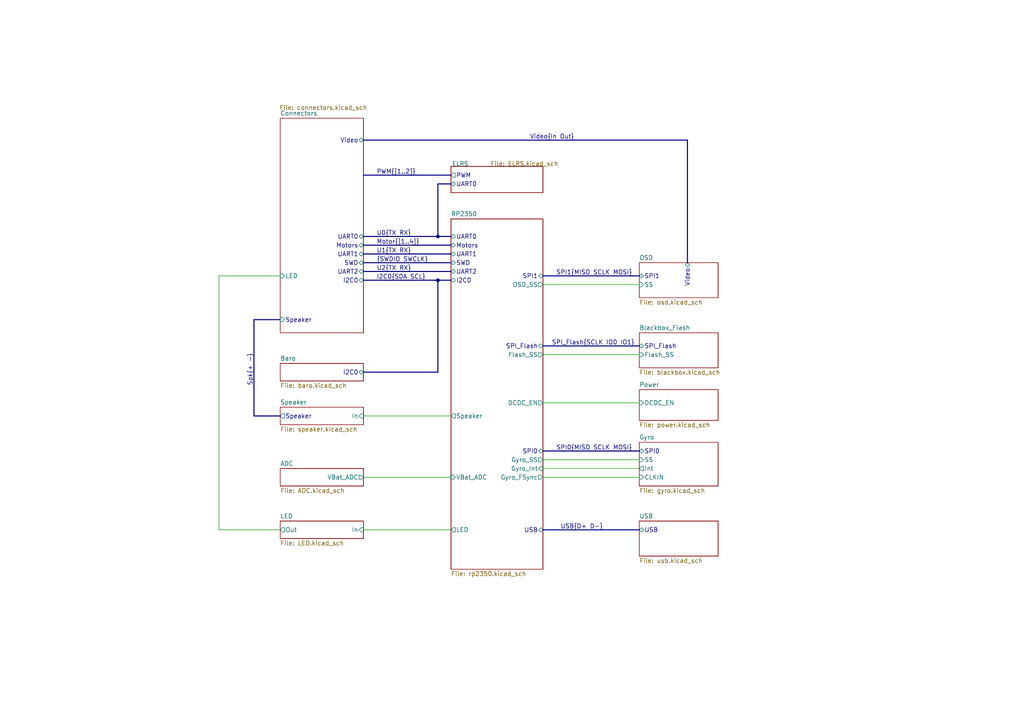
<source format=kicad_sch>
(kicad_sch
	(version 20250114)
	(generator "eeschema")
	(generator_version "9.0")
	(uuid "1651f454-30c0-48ea-9fcf-6c96a661786a")
	(paper "A4")
	(lib_symbols)
	(junction
		(at 127 81.28)
		(diameter 0)
		(color 0 0 0 0)
		(uuid "9f0c5e91-33b5-497d-80ac-69f668e4c144")
	)
	(junction
		(at 127 68.58)
		(diameter 0)
		(color 0 0 0 0)
		(uuid "a7a88ceb-0907-4377-8056-b2169078ae40")
	)
	(wire
		(pts
			(xy 105.41 153.67) (xy 130.81 153.67)
		)
		(stroke
			(width 0)
			(type default)
		)
		(uuid "06c65fdc-1be8-427b-8ac7-9e6bd1382096")
	)
	(wire
		(pts
			(xy 63.5 80.01) (xy 81.28 80.01)
		)
		(stroke
			(width 0)
			(type default)
		)
		(uuid "14480104-1e24-40d2-9287-e7b84e64d619")
	)
	(bus
		(pts
			(xy 105.41 78.74) (xy 130.81 78.74)
		)
		(stroke
			(width 0)
			(type default)
		)
		(uuid "1f18f1eb-e557-4a0d-b976-be7163dbccc2")
	)
	(bus
		(pts
			(xy 105.41 107.95) (xy 127 107.95)
		)
		(stroke
			(width 0)
			(type default)
		)
		(uuid "30f94adb-33fe-43f2-abcc-389661e074f5")
	)
	(wire
		(pts
			(xy 105.41 138.43) (xy 130.81 138.43)
		)
		(stroke
			(width 0)
			(type default)
		)
		(uuid "4a36217d-09b8-407f-83e0-d4714779f2d2")
	)
	(bus
		(pts
			(xy 157.48 100.33) (xy 185.42 100.33)
		)
		(stroke
			(width 0)
			(type default)
		)
		(uuid "4a872d74-c7c3-451a-a55c-03af451f65a7")
	)
	(bus
		(pts
			(xy 157.48 130.81) (xy 185.42 130.81)
		)
		(stroke
			(width 0)
			(type default)
		)
		(uuid "56a7c189-0021-44fe-8f77-8221891851d7")
	)
	(bus
		(pts
			(xy 105.41 50.8) (xy 130.81 50.8)
		)
		(stroke
			(width 0)
			(type default)
		)
		(uuid "5ed460b1-b72d-4e98-a22d-048d738fa299")
	)
	(bus
		(pts
			(xy 130.81 53.34) (xy 127 53.34)
		)
		(stroke
			(width 0)
			(type default)
		)
		(uuid "69cef2bc-1d73-4944-9639-684c3395eeb8")
	)
	(bus
		(pts
			(xy 105.41 73.66) (xy 130.81 73.66)
		)
		(stroke
			(width 0)
			(type default)
		)
		(uuid "6b208a47-a2e4-4cb8-99c7-d2c8491351cb")
	)
	(bus
		(pts
			(xy 105.41 76.2) (xy 130.81 76.2)
		)
		(stroke
			(width 0)
			(type default)
		)
		(uuid "6b8b9bc6-8d61-4605-b35c-b511541c7248")
	)
	(bus
		(pts
			(xy 105.41 81.28) (xy 127 81.28)
		)
		(stroke
			(width 0)
			(type default)
		)
		(uuid "6f4e96d3-0c5f-48b9-8c48-8788edfa1977")
	)
	(bus
		(pts
			(xy 157.48 80.01) (xy 185.42 80.01)
		)
		(stroke
			(width 0)
			(type default)
		)
		(uuid "720ff9aa-9eaa-43c0-bcb1-c6dbe7ff6a8b")
	)
	(wire
		(pts
			(xy 157.48 133.35) (xy 185.42 133.35)
		)
		(stroke
			(width 0)
			(type default)
		)
		(uuid "79f2a505-3d72-4a25-9619-617bb2329548")
	)
	(bus
		(pts
			(xy 81.28 120.65) (xy 73.66 120.65)
		)
		(stroke
			(width 0)
			(type default)
		)
		(uuid "8414b6ba-eaeb-44b2-b19b-9bb24a74d944")
	)
	(bus
		(pts
			(xy 127 68.58) (xy 130.81 68.58)
		)
		(stroke
			(width 0)
			(type default)
		)
		(uuid "92ae0e85-34d7-452a-b908-e0563399682a")
	)
	(bus
		(pts
			(xy 157.48 153.67) (xy 185.42 153.67)
		)
		(stroke
			(width 0)
			(type default)
		)
		(uuid "9efe0c0c-1623-4f39-a347-05ab8e2b9afa")
	)
	(bus
		(pts
			(xy 73.66 92.71) (xy 81.28 92.71)
		)
		(stroke
			(width 0)
			(type default)
		)
		(uuid "a2bf9ba0-b156-44c5-9ade-07fdb3f840e5")
	)
	(bus
		(pts
			(xy 73.66 92.71) (xy 73.66 120.65)
		)
		(stroke
			(width 0)
			(type default)
		)
		(uuid "a72017fd-c554-44d0-b665-72ae5f491cd8")
	)
	(wire
		(pts
			(xy 157.48 138.43) (xy 185.42 138.43)
		)
		(stroke
			(width 0)
			(type default)
		)
		(uuid "a89d0972-3482-47eb-9d3a-f70e6b176dcd")
	)
	(bus
		(pts
			(xy 199.39 40.64) (xy 199.39 76.2)
		)
		(stroke
			(width 0)
			(type default)
		)
		(uuid "aeb28d20-1750-4bc0-8863-3aea7fd32f30")
	)
	(wire
		(pts
			(xy 157.48 135.89) (xy 185.42 135.89)
		)
		(stroke
			(width 0)
			(type default)
		)
		(uuid "b1b95821-f0a4-4cee-87e1-0f21cf5f5c14")
	)
	(wire
		(pts
			(xy 157.48 82.55) (xy 185.42 82.55)
		)
		(stroke
			(width 0)
			(type default)
		)
		(uuid "bb0fffd0-088b-444d-a7e4-75cf072fb8ff")
	)
	(bus
		(pts
			(xy 127 81.28) (xy 127 107.95)
		)
		(stroke
			(width 0)
			(type default)
		)
		(uuid "d4967f43-0d61-461f-abf0-1bb8fda97eb2")
	)
	(wire
		(pts
			(xy 63.5 153.67) (xy 81.28 153.67)
		)
		(stroke
			(width 0)
			(type default)
		)
		(uuid "d67bd056-9f73-44c8-b170-cd0021648c9e")
	)
	(bus
		(pts
			(xy 105.41 68.58) (xy 127 68.58)
		)
		(stroke
			(width 0)
			(type default)
		)
		(uuid "d9d4a1b8-d5ca-4fcc-abf4-608d63e1a7f8")
	)
	(wire
		(pts
			(xy 157.48 116.84) (xy 185.42 116.84)
		)
		(stroke
			(width 0)
			(type default)
		)
		(uuid "db134559-0323-417e-92ec-ce03fb795c1a")
	)
	(bus
		(pts
			(xy 127 53.34) (xy 127 68.58)
		)
		(stroke
			(width 0)
			(type default)
		)
		(uuid "dd2635ee-19fa-41fa-8ddd-d11feb6e0c2c")
	)
	(bus
		(pts
			(xy 105.41 71.12) (xy 130.81 71.12)
		)
		(stroke
			(width 0)
			(type default)
		)
		(uuid "e6227557-45e1-45cc-be5f-26781a82b944")
	)
	(wire
		(pts
			(xy 105.41 120.65) (xy 130.81 120.65)
		)
		(stroke
			(width 0)
			(type default)
		)
		(uuid "e84a328f-e2a6-426b-ab71-9c2dbdabd70e")
	)
	(wire
		(pts
			(xy 63.5 153.67) (xy 63.5 80.01)
		)
		(stroke
			(width 0)
			(type default)
		)
		(uuid "ede352b7-83dd-4448-bdaf-98054d6c0c13")
	)
	(bus
		(pts
			(xy 127 81.28) (xy 130.81 81.28)
		)
		(stroke
			(width 0)
			(type default)
		)
		(uuid "ee160f33-b023-481c-9f44-a0e0f431fdcf")
	)
	(wire
		(pts
			(xy 157.48 102.87) (xy 185.42 102.87)
		)
		(stroke
			(width 0)
			(type default)
		)
		(uuid "f4e726e4-e3e2-49e3-83a0-b496ef561ab7")
	)
	(bus
		(pts
			(xy 105.41 40.64) (xy 199.39 40.64)
		)
		(stroke
			(width 0)
			(type default)
		)
		(uuid "fef6a1a5-dc78-46f9-930a-4f0065f68f0e")
	)
	(label "PWM{[1..2]}"
		(at 109.22 50.8 0)
		(effects
			(font
				(size 1.27 1.27)
			)
			(justify left bottom)
		)
		(uuid "0289f4a0-f43f-431a-9336-ab4e9fb6ccfd")
	)
	(label "SPI_Flash{SCLK IO0 IO1}"
		(at 160.02 100.33 0)
		(effects
			(font
				(size 1.27 1.27)
			)
			(justify left bottom)
		)
		(uuid "244cfccc-ae6f-4782-98b5-e2aad430b2d6")
	)
	(label "Motor{[1..4]}"
		(at 109.22 71.12 0)
		(effects
			(font
				(size 1.27 1.27)
			)
			(justify left bottom)
		)
		(uuid "26ff0627-e568-49ea-af4e-30622aa26491")
	)
	(label "I2C0{SDA SCL}"
		(at 109.22 81.28 0)
		(effects
			(font
				(size 1.27 1.27)
			)
			(justify left bottom)
		)
		(uuid "37e55b52-429c-488f-a60a-a815e56c2e2a")
	)
	(label "SPI0{MISO SCLK MOSI}"
		(at 161.29 130.81 0)
		(effects
			(font
				(size 1.27 1.27)
			)
			(justify left bottom)
		)
		(uuid "4e654331-c90a-49e6-9509-9ec4fdf31e35")
	)
	(label "USB{D+ D-}"
		(at 162.56 153.67 0)
		(effects
			(font
				(size 1.27 1.27)
			)
			(justify left bottom)
		)
		(uuid "7382fb58-715e-4ac7-9452-68900e83c135")
	)
	(label "U0{TX RX}"
		(at 109.22 68.58 0)
		(effects
			(font
				(size 1.27 1.27)
			)
			(justify left bottom)
		)
		(uuid "73e501a4-6d63-4329-b384-41f69328056b")
	)
	(label "Video{In Out}"
		(at 153.67 40.64 0)
		(effects
			(font
				(size 1.27 1.27)
			)
			(justify left bottom)
		)
		(uuid "835d4d7d-c671-4b65-ad84-4c5eee183c98")
	)
	(label "SPI1{MISO SCLK MOSI}"
		(at 161.29 80.01 0)
		(effects
			(font
				(size 1.27 1.27)
			)
			(justify left bottom)
		)
		(uuid "99f3213c-0dc3-496e-8307-b8feaa0421c3")
	)
	(label "U2{TX RX}"
		(at 109.22 78.74 0)
		(effects
			(font
				(size 1.27 1.27)
			)
			(justify left bottom)
		)
		(uuid "a9c9f157-44e0-449a-9d58-b02b9b4fb66c")
	)
	(label "U1{TX RX}"
		(at 109.22 73.66 0)
		(effects
			(font
				(size 1.27 1.27)
			)
			(justify left bottom)
		)
		(uuid "e5160c44-f44b-42d8-8680-2807593a29bc")
	)
	(label "Spk{+ -}"
		(at 73.66 111.76 90)
		(effects
			(font
				(size 1.27 1.27)
			)
			(justify left bottom)
		)
		(uuid "e6fcb55d-42fe-42be-b7e0-4d0ddc6daee3")
	)
	(label "{SWDIO SWCLK}"
		(at 109.22 76.2 0)
		(effects
			(font
				(size 1.27 1.27)
			)
			(justify left bottom)
		)
		(uuid "ed270cf8-4788-4060-a545-e4db468cb224")
	)
	(sheet
		(at 81.28 135.89)
		(size 24.13 5.08)
		(exclude_from_sim no)
		(in_bom yes)
		(on_board yes)
		(dnp no)
		(fields_autoplaced yes)
		(stroke
			(width 0.1524)
			(type solid)
		)
		(fill
			(color 0 0 0 0.0000)
		)
		(uuid "0ab1a5fe-2579-4e78-a85a-047e49c2ef8e")
		(property "Sheetname" "ADC"
			(at 81.28 135.1784 0)
			(effects
				(font
					(size 1.27 1.27)
				)
				(justify left bottom)
			)
		)
		(property "Sheetfile" "ADC.kicad_sch"
			(at 81.28 141.5546 0)
			(effects
				(font
					(size 1.27 1.27)
				)
				(justify left top)
			)
		)
		(pin "VBat_ADC" output
			(at 105.41 138.43 0)
			(uuid "6b1d928c-8b81-4d2d-86b9-70dcf5d8dae6")
			(effects
				(font
					(size 1.27 1.27)
				)
				(justify right)
			)
		)
		(instances
			(project "Kolibri v0.6"
				(path "/1651f454-30c0-48ea-9fcf-6c96a661786a"
					(page "5")
				)
			)
		)
	)
	(sheet
		(at 185.42 151.13)
		(size 22.86 10.16)
		(exclude_from_sim no)
		(in_bom yes)
		(on_board yes)
		(dnp no)
		(fields_autoplaced yes)
		(stroke
			(width 0.1524)
			(type solid)
		)
		(fill
			(color 0 0 0 0.0000)
		)
		(uuid "224fd0c3-16b6-4f21-977b-e8129b09c159")
		(property "Sheetname" "USB"
			(at 185.42 150.4184 0)
			(effects
				(font
					(size 1.27 1.27)
				)
				(justify left bottom)
			)
		)
		(property "Sheetfile" "usb.kicad_sch"
			(at 185.42 161.8746 0)
			(effects
				(font
					(size 1.27 1.27)
				)
				(justify left top)
			)
		)
		(pin "USB" bidirectional
			(at 185.42 153.67 180)
			(uuid "94725411-5a81-4b8d-99bb-e425f211d3ad")
			(effects
				(font
					(size 1.27 1.27)
				)
				(justify left)
			)
		)
		(instances
			(project "Kolibri v0.6"
				(path "/1651f454-30c0-48ea-9fcf-6c96a661786a"
					(page "12")
				)
			)
		)
	)
	(sheet
		(at 81.28 151.13)
		(size 24.13 5.08)
		(exclude_from_sim no)
		(in_bom yes)
		(on_board yes)
		(dnp no)
		(fields_autoplaced yes)
		(stroke
			(width 0.1524)
			(type solid)
		)
		(fill
			(color 0 0 0 0.0000)
		)
		(uuid "4653396a-0d6d-4102-8248-87740ee110b7")
		(property "Sheetname" "LED"
			(at 81.28 150.4184 0)
			(effects
				(font
					(size 1.27 1.27)
				)
				(justify left bottom)
			)
		)
		(property "Sheetfile" "LED.kicad_sch"
			(at 81.28 156.7946 0)
			(effects
				(font
					(size 1.27 1.27)
				)
				(justify left top)
			)
		)
		(pin "In" input
			(at 105.41 153.67 0)
			(uuid "87e8e74c-6bc1-4a5a-af14-ebb6a1b19031")
			(effects
				(font
					(size 1.27 1.27)
				)
				(justify right)
			)
		)
		(pin "Out" output
			(at 81.28 153.67 180)
			(uuid "23f2da36-89c3-4214-b39a-e29a7e6a07e7")
			(effects
				(font
					(size 1.27 1.27)
				)
				(justify left)
			)
		)
		(instances
			(project "Kolibri v0.6"
				(path "/1651f454-30c0-48ea-9fcf-6c96a661786a"
					(page "6")
				)
			)
		)
	)
	(sheet
		(at 130.81 63.5)
		(size 26.67 101.6)
		(exclude_from_sim no)
		(in_bom yes)
		(on_board yes)
		(dnp no)
		(fields_autoplaced yes)
		(stroke
			(width 0.1524)
			(type solid)
		)
		(fill
			(color 0 0 0 0.0000)
		)
		(uuid "68026f5c-72f7-45ff-bcb6-f836a66689ee")
		(property "Sheetname" "RP2350"
			(at 130.81 62.7884 0)
			(effects
				(font
					(size 1.27 1.27)
				)
				(justify left bottom)
			)
		)
		(property "Sheetfile" "rp2350.kicad_sch"
			(at 130.81 165.6846 0)
			(effects
				(font
					(size 1.27 1.27)
				)
				(justify left top)
			)
		)
		(pin "Motors" bidirectional
			(at 130.81 71.12 180)
			(uuid "b3432de5-b2e6-4dc2-ab67-428fe05d2727")
			(effects
				(font
					(size 1.27 1.27)
				)
				(justify left)
			)
		)
		(pin "I2C0" bidirectional
			(at 130.81 81.28 180)
			(uuid "d1be2783-bf42-467b-9809-187957afc639")
			(effects
				(font
					(size 1.27 1.27)
				)
				(justify left)
			)
		)
		(pin "UART0" bidirectional
			(at 130.81 68.58 180)
			(uuid "a6972c23-55b2-452f-8252-9cee6c2c9e92")
			(effects
				(font
					(size 1.27 1.27)
				)
				(justify left)
			)
		)
		(pin "UART1" bidirectional
			(at 130.81 73.66 180)
			(uuid "40b5a33f-f0d2-4d64-86a7-cbde3eace322")
			(effects
				(font
					(size 1.27 1.27)
				)
				(justify left)
			)
		)
		(pin "SPI1" bidirectional
			(at 157.48 80.01 0)
			(uuid "161e9279-5041-4376-96b5-214190bb0185")
			(effects
				(font
					(size 1.27 1.27)
				)
				(justify right)
			)
		)
		(pin "LED" output
			(at 130.81 153.67 180)
			(uuid "6c73320f-1daf-4f99-a593-2da024463b68")
			(effects
				(font
					(size 1.27 1.27)
				)
				(justify left)
			)
		)
		(pin "Speaker" output
			(at 130.81 120.65 180)
			(uuid "9e20b127-1129-4b5b-add6-da8be36be42c")
			(effects
				(font
					(size 1.27 1.27)
				)
				(justify left)
			)
		)
		(pin "OSD_SS" output
			(at 157.48 82.55 0)
			(uuid "ab53a712-96f4-4e0a-980d-644a2374afd6")
			(effects
				(font
					(size 1.27 1.27)
				)
				(justify right)
			)
		)
		(pin "Gyro_SS" output
			(at 157.48 133.35 0)
			(uuid "fbecc943-67bf-4f6c-807c-96b2f6da2737")
			(effects
				(font
					(size 1.27 1.27)
				)
				(justify right)
			)
		)
		(pin "Gyro_Int" input
			(at 157.48 135.89 0)
			(uuid "39e20782-b1f6-4799-88f1-2382e0731e6a")
			(effects
				(font
					(size 1.27 1.27)
				)
				(justify right)
			)
		)
		(pin "SWD" bidirectional
			(at 130.81 76.2 180)
			(uuid "56a20140-6b87-4365-87ca-42b785e090be")
			(effects
				(font
					(size 1.27 1.27)
				)
				(justify left)
			)
		)
		(pin "USB" bidirectional
			(at 157.48 153.67 0)
			(uuid "ffebc171-8f39-4398-b0a1-78d8ab810c19")
			(effects
				(font
					(size 1.27 1.27)
				)
				(justify right)
			)
		)
		(pin "SPI0" bidirectional
			(at 157.48 130.81 0)
			(uuid "370aa0a3-c250-4d23-9339-c06337b6d8d9")
			(effects
				(font
					(size 1.27 1.27)
				)
				(justify right)
			)
		)
		(pin "UART2" bidirectional
			(at 130.81 78.74 180)
			(uuid "2468cd63-0a2e-4efc-b6af-e26c233cd2ea")
			(effects
				(font
					(size 1.27 1.27)
				)
				(justify left)
			)
		)
		(pin "Flash_SS" output
			(at 157.48 102.87 0)
			(uuid "02e42f69-8e4b-46b3-9d1b-c65bfdb283ee")
			(effects
				(font
					(size 1.27 1.27)
				)
				(justify right)
			)
		)
		(pin "Gyro_FSync" output
			(at 157.48 138.43 0)
			(uuid "2802e46a-a3d6-408e-ab25-a6939687b60b")
			(effects
				(font
					(size 1.27 1.27)
				)
				(justify right)
			)
		)
		(pin "SPI_Flash" bidirectional
			(at 157.48 100.33 0)
			(uuid "3ec684f6-c18e-41c4-82ca-daf6273792d0")
			(effects
				(font
					(size 1.27 1.27)
				)
				(justify right)
			)
		)
		(pin "VBat_ADC" input
			(at 130.81 138.43 180)
			(uuid "48df245b-8e6a-4cc2-a500-ffb4083d1160")
			(effects
				(font
					(size 1.27 1.27)
				)
				(justify left)
			)
		)
		(pin "DCDC_EN" output
			(at 157.48 116.84 0)
			(uuid "a854934c-9aa0-4f81-a1ae-bc1b5d61576b")
			(effects
				(font
					(size 1.27 1.27)
				)
				(justify right)
			)
		)
		(instances
			(project "Kolibri v0.6"
				(path "/1651f454-30c0-48ea-9fcf-6c96a661786a"
					(page "2")
				)
			)
		)
	)
	(sheet
		(at 185.42 96.52)
		(size 22.86 10.16)
		(exclude_from_sim no)
		(in_bom yes)
		(on_board yes)
		(dnp no)
		(fields_autoplaced yes)
		(stroke
			(width 0.1524)
			(type solid)
		)
		(fill
			(color 0 0 0 0.0000)
		)
		(uuid "96199369-d222-4a20-a7e3-ff847ced9622")
		(property "Sheetname" "Blackbox_Flash"
			(at 185.42 95.8084 0)
			(effects
				(font
					(size 1.27 1.27)
				)
				(justify left bottom)
			)
		)
		(property "Sheetfile" "blackbox.kicad_sch"
			(at 185.42 107.2646 0)
			(effects
				(font
					(size 1.27 1.27)
				)
				(justify left top)
			)
		)
		(pin "Flash_SS" input
			(at 185.42 102.87 180)
			(uuid "6a6cec56-f5e7-4484-a00e-142dd839307d")
			(effects
				(font
					(size 1.27 1.27)
				)
				(justify left)
			)
		)
		(pin "SPI_Flash" bidirectional
			(at 185.42 100.33 180)
			(uuid "c3696c0d-6025-44f4-ad5f-b30df8edd9bb")
			(effects
				(font
					(size 1.27 1.27)
				)
				(justify left)
			)
		)
		(instances
			(project "Kolibri v0.6"
				(path "/1651f454-30c0-48ea-9fcf-6c96a661786a"
					(page "11")
				)
			)
		)
	)
	(sheet
		(at 185.42 76.2)
		(size 22.86 10.16)
		(exclude_from_sim no)
		(in_bom yes)
		(on_board yes)
		(dnp no)
		(fields_autoplaced yes)
		(stroke
			(width 0.1524)
			(type solid)
		)
		(fill
			(color 0 0 0 0.0000)
		)
		(uuid "9faacc8b-370a-4669-a152-6a2181490ac6")
		(property "Sheetname" "OSD"
			(at 185.42 75.4884 0)
			(effects
				(font
					(size 1.27 1.27)
				)
				(justify left bottom)
			)
		)
		(property "Sheetfile" "osd.kicad_sch"
			(at 185.42 86.9446 0)
			(effects
				(font
					(size 1.27 1.27)
				)
				(justify left top)
			)
		)
		(pin "SPI1" bidirectional
			(at 185.42 80.01 180)
			(uuid "e9948aa9-a39a-49cd-814f-9365d8b9a36c")
			(effects
				(font
					(size 1.27 1.27)
				)
				(justify left)
			)
		)
		(pin "Video" bidirectional
			(at 199.39 76.2 90)
			(uuid "6df4f4b9-4ef1-491f-b9f4-6f4fb097a311")
			(effects
				(font
					(size 1.27 1.27)
				)
				(justify right)
			)
		)
		(pin "SS" input
			(at 185.42 82.55 180)
			(uuid "a2bafde4-e79c-48ee-891e-d5c896b97e9b")
			(effects
				(font
					(size 1.27 1.27)
				)
				(justify left)
			)
		)
		(instances
			(project "Kolibri v0.6"
				(path "/1651f454-30c0-48ea-9fcf-6c96a661786a"
					(page "9")
				)
			)
		)
	)
	(sheet
		(at 185.42 128.27)
		(size 22.86 12.7)
		(exclude_from_sim no)
		(in_bom yes)
		(on_board yes)
		(dnp no)
		(fields_autoplaced yes)
		(stroke
			(width 0.1524)
			(type solid)
		)
		(fill
			(color 0 0 0 0.0000)
		)
		(uuid "b8512ca5-36ed-4aec-9643-fc888220e565")
		(property "Sheetname" "Gyro"
			(at 185.42 127.5584 0)
			(effects
				(font
					(size 1.27 1.27)
				)
				(justify left bottom)
			)
		)
		(property "Sheetfile" "gyro.kicad_sch"
			(at 185.42 141.5546 0)
			(effects
				(font
					(size 1.27 1.27)
				)
				(justify left top)
			)
		)
		(pin "SS" input
			(at 185.42 133.35 180)
			(uuid "45eb401c-4b9d-4ebd-980e-9f5beeaf56e5")
			(effects
				(font
					(size 1.27 1.27)
				)
				(justify left)
			)
		)
		(pin "SPI0" bidirectional
			(at 185.42 130.81 180)
			(uuid "7bb12721-e728-4505-85f6-0940071bbd26")
			(effects
				(font
					(size 1.27 1.27)
				)
				(justify left)
			)
		)
		(pin "Int" output
			(at 185.42 135.89 180)
			(uuid "5b74fa91-007c-4b7c-89bb-811afa77a800")
			(effects
				(font
					(size 1.27 1.27)
				)
				(justify left)
			)
		)
		(pin "CLKIN" input
			(at 185.42 138.43 180)
			(uuid "db906f56-22f2-4e0e-8e99-32d6fd75b6a5")
			(effects
				(font
					(size 1.27 1.27)
				)
				(justify left)
			)
		)
		(instances
			(project "Kolibri v0.6"
				(path "/1651f454-30c0-48ea-9fcf-6c96a661786a"
					(page "8")
				)
			)
		)
	)
	(sheet
		(at 81.28 118.11)
		(size 24.13 5.08)
		(exclude_from_sim no)
		(in_bom yes)
		(on_board yes)
		(dnp no)
		(fields_autoplaced yes)
		(stroke
			(width 0.1524)
			(type solid)
		)
		(fill
			(color 0 0 0 0.0000)
		)
		(uuid "b926c428-9140-4272-8a94-263799bff176")
		(property "Sheetname" "Speaker"
			(at 81.28 117.3984 0)
			(effects
				(font
					(size 1.27 1.27)
				)
				(justify left bottom)
			)
		)
		(property "Sheetfile" "speaker.kicad_sch"
			(at 81.28 123.7746 0)
			(effects
				(font
					(size 1.27 1.27)
				)
				(justify left top)
			)
		)
		(pin "In" input
			(at 105.41 120.65 0)
			(uuid "9de29816-c9c9-4969-bca9-7ef475859eb9")
			(effects
				(font
					(size 1.27 1.27)
				)
				(justify right)
			)
		)
		(pin "Speaker" output
			(at 81.28 120.65 180)
			(uuid "725cac07-d201-4705-86a5-42234d392f15")
			(effects
				(font
					(size 1.27 1.27)
				)
				(justify left)
			)
		)
		(instances
			(project "Kolibri v0.6"
				(path "/1651f454-30c0-48ea-9fcf-6c96a661786a"
					(page "4")
				)
			)
		)
	)
	(sheet
		(at 81.28 34.29)
		(size 24.13 62.23)
		(exclude_from_sim no)
		(in_bom yes)
		(on_board yes)
		(dnp no)
		(stroke
			(width 0.1524)
			(type solid)
		)
		(fill
			(color 0 0 0 0.0000)
		)
		(uuid "c061bb86-7a8e-4300-a3f9-744e498f6d03")
		(property "Sheetname" "Connectors"
			(at 81.28 33.5784 0)
			(effects
				(font
					(size 1.27 1.27)
				)
				(justify left bottom)
			)
		)
		(property "Sheetfile" "connectors.kicad_sch"
			(at 81.026 30.48 0)
			(effects
				(font
					(size 1.27 1.27)
				)
				(justify left top)
			)
		)
		(pin "Video" bidirectional
			(at 105.41 40.64 0)
			(uuid "d785a7fe-f893-4a1e-b1cd-64d9baa6cb9a")
			(effects
				(font
					(size 1.27 1.27)
				)
				(justify right)
			)
		)
		(pin "UART0" bidirectional
			(at 105.41 68.58 0)
			(uuid "e38dc35c-afb8-4972-ae66-f7bf1cf2e790")
			(effects
				(font
					(size 1.27 1.27)
				)
				(justify right)
			)
		)
		(pin "Motors" bidirectional
			(at 105.41 71.12 0)
			(uuid "ad22b48f-74a1-4dd0-9802-617dde23a87b")
			(effects
				(font
					(size 1.27 1.27)
				)
				(justify right)
			)
		)
		(pin "I2C0" bidirectional
			(at 105.41 81.28 0)
			(uuid "cf3e9fc1-b9be-4bda-99fd-614d42f636b4")
			(effects
				(font
					(size 1.27 1.27)
				)
				(justify right)
			)
		)
		(pin "UART1" bidirectional
			(at 105.41 73.66 0)
			(uuid "8b6ae4ec-ae27-4ea9-ac67-e2dec6106c53")
			(effects
				(font
					(size 1.27 1.27)
				)
				(justify right)
			)
		)
		(pin "SWD" bidirectional
			(at 105.41 76.2 0)
			(uuid "872fc48d-6d63-40ed-8f2a-acd74ac3d0ca")
			(effects
				(font
					(size 1.27 1.27)
				)
				(justify right)
			)
		)
		(pin "LED" input
			(at 81.28 80.01 180)
			(uuid "6179459f-d840-4a6e-a89d-f44da57c7b9d")
			(effects
				(font
					(size 1.27 1.27)
				)
				(justify left)
			)
		)
		(pin "UART2" bidirectional
			(at 105.41 78.74 0)
			(uuid "3319c0b6-dfff-4e6f-a48a-a06f13282bfd")
			(effects
				(font
					(size 1.27 1.27)
				)
				(justify right)
			)
		)
		(pin "Speaker" input
			(at 81.28 92.71 180)
			(uuid "279d8e0c-2faa-4995-b46d-2138e597e0b3")
			(effects
				(font
					(size 1.27 1.27)
				)
				(justify left)
			)
		)
		(instances
			(project "Kolibri v0.6"
				(path "/1651f454-30c0-48ea-9fcf-6c96a661786a"
					(page "3")
				)
			)
		)
	)
	(sheet
		(at 185.42 113.03)
		(size 22.86 8.89)
		(exclude_from_sim no)
		(in_bom yes)
		(on_board yes)
		(dnp no)
		(fields_autoplaced yes)
		(stroke
			(width 0.1524)
			(type solid)
		)
		(fill
			(color 0 0 0 0.0000)
		)
		(uuid "c47ad1ff-c88e-42df-ba75-e03e62e860dd")
		(property "Sheetname" "Power"
			(at 185.42 112.3184 0)
			(effects
				(font
					(size 1.27 1.27)
				)
				(justify left bottom)
			)
		)
		(property "Sheetfile" "power.kicad_sch"
			(at 185.42 122.5046 0)
			(effects
				(font
					(size 1.27 1.27)
				)
				(justify left top)
			)
		)
		(pin "DCDC_EN" input
			(at 185.42 116.84 180)
			(uuid "9404578d-db52-40d8-9f6c-476cba4ea410")
			(effects
				(font
					(size 1.27 1.27)
				)
				(justify left)
			)
		)
		(instances
			(project "Kolibri v0.6"
				(path "/1651f454-30c0-48ea-9fcf-6c96a661786a"
					(page "13")
				)
			)
		)
	)
	(sheet
		(at 81.28 105.41)
		(size 24.13 5.08)
		(exclude_from_sim no)
		(in_bom yes)
		(on_board yes)
		(dnp no)
		(fields_autoplaced yes)
		(stroke
			(width 0.1524)
			(type solid)
		)
		(fill
			(color 0 0 0 0.0000)
		)
		(uuid "d5fcf32b-d006-4fb1-87ed-be7db98539fc")
		(property "Sheetname" "Baro"
			(at 81.28 104.6984 0)
			(effects
				(font
					(size 1.27 1.27)
				)
				(justify left bottom)
			)
		)
		(property "Sheetfile" "baro.kicad_sch"
			(at 81.28 111.0746 0)
			(effects
				(font
					(size 1.27 1.27)
				)
				(justify left top)
			)
		)
		(pin "I2C0" bidirectional
			(at 105.41 107.95 0)
			(uuid "5414ebfe-4983-495a-9e5e-a867ba84e455")
			(effects
				(font
					(size 1.27 1.27)
				)
				(justify right)
			)
		)
		(instances
			(project "Kolibri v0.6"
				(path "/1651f454-30c0-48ea-9fcf-6c96a661786a"
					(page "10")
				)
			)
		)
	)
	(sheet
		(at 130.81 48.26)
		(size 26.67 7.62)
		(exclude_from_sim no)
		(in_bom yes)
		(on_board yes)
		(dnp no)
		(stroke
			(width 0.1524)
			(type solid)
		)
		(fill
			(color 0 0 0 0.0000)
		)
		(uuid "f86b6c62-cfc0-4383-b218-cc390d004fb8")
		(property "Sheetname" "ELRS"
			(at 131.064 48.26 0)
			(effects
				(font
					(size 1.27 1.27)
				)
				(justify left bottom)
			)
		)
		(property "Sheetfile" "ELRS.kicad_sch"
			(at 142.24 46.736 0)
			(effects
				(font
					(size 1.27 1.27)
				)
				(justify left top)
			)
		)
		(pin "UART0" bidirectional
			(at 130.81 53.34 180)
			(uuid "26c4ff06-f136-4f2d-b5db-070d4c64eb97")
			(effects
				(font
					(size 1.27 1.27)
				)
				(justify left)
			)
		)
		(pin "PWM" output
			(at 130.81 50.8 180)
			(uuid "b0a41a98-6d97-4a86-9127-87a4a67274ac")
			(effects
				(font
					(size 1.27 1.27)
				)
				(justify left)
			)
		)
		(instances
			(project "Kolibri v0.6"
				(path "/1651f454-30c0-48ea-9fcf-6c96a661786a"
					(page "7")
				)
			)
		)
	)
	(sheet_instances
		(path "/"
			(page "1")
		)
	)
	(embedded_fonts no)
)

</source>
